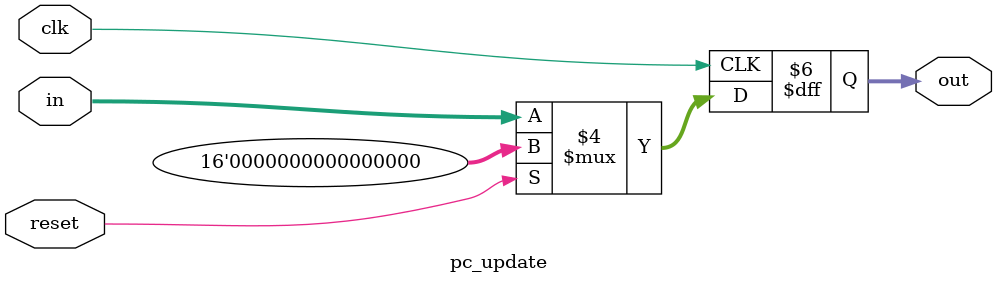
<source format=v>
`timescale 1ns / 1ps


module pc_update(
                  input [15:0] in,  //pc
                  input clk,
                  input reset,
                  output reg [15:0] out  //npc
                 );
          
          
     always @(posedge clk)
      begin
       if(reset==1'b1)
        begin
         out <= 16'b0;
        end
        else
         begin
          out <= in;
         end
      end      
      
endmodule

</source>
